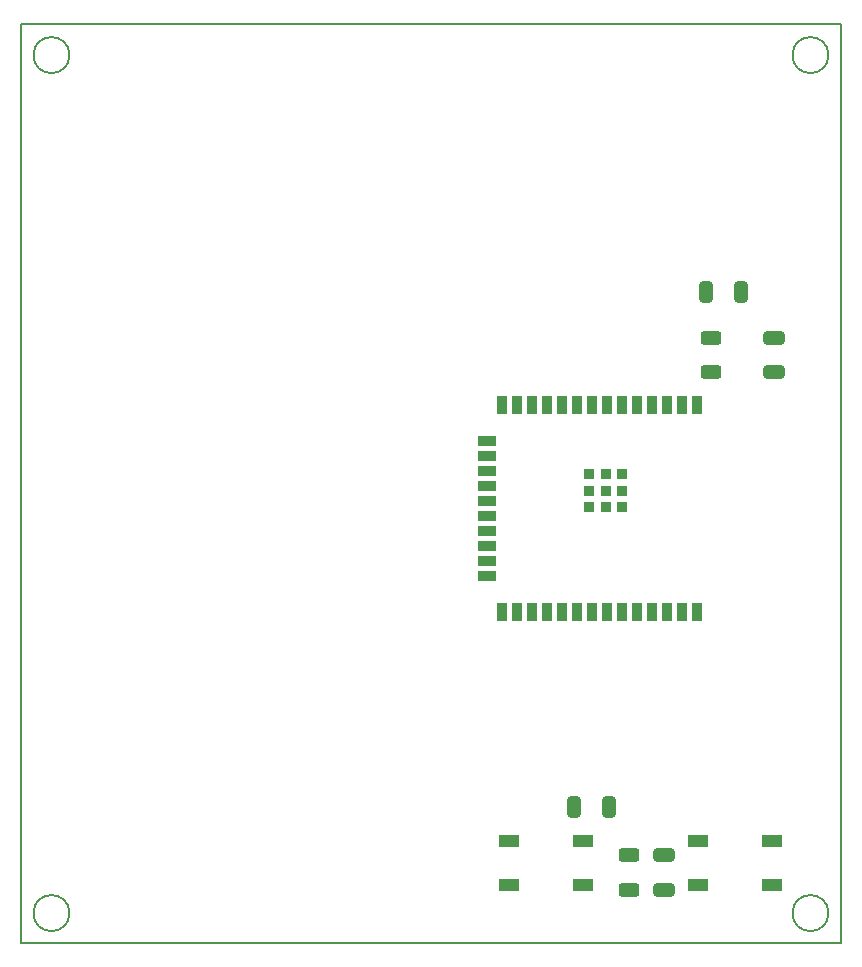
<source format=gtp>
%TF.GenerationSoftware,KiCad,Pcbnew,7.0.2-6a45011f42~172~ubuntu22.10.1*%
%TF.CreationDate,2023-08-15T16:25:11+05:00*%
%TF.ProjectId,IOTV,494f5456-2e6b-4696-9361-645f70636258,3*%
%TF.SameCoordinates,Original*%
%TF.FileFunction,Paste,Top*%
%TF.FilePolarity,Positive*%
%FSLAX46Y46*%
G04 Gerber Fmt 4.6, Leading zero omitted, Abs format (unit mm)*
G04 Created by KiCad (PCBNEW 7.0.2-6a45011f42~172~ubuntu22.10.1) date 2023-08-15 16:25:11*
%MOMM*%
%LPD*%
G01*
G04 APERTURE LIST*
G04 Aperture macros list*
%AMRoundRect*
0 Rectangle with rounded corners*
0 $1 Rounding radius*
0 $2 $3 $4 $5 $6 $7 $8 $9 X,Y pos of 4 corners*
0 Add a 4 corners polygon primitive as box body*
4,1,4,$2,$3,$4,$5,$6,$7,$8,$9,$2,$3,0*
0 Add four circle primitives for the rounded corners*
1,1,$1+$1,$2,$3*
1,1,$1+$1,$4,$5*
1,1,$1+$1,$6,$7*
1,1,$1+$1,$8,$9*
0 Add four rect primitives between the rounded corners*
20,1,$1+$1,$2,$3,$4,$5,0*
20,1,$1+$1,$4,$5,$6,$7,0*
20,1,$1+$1,$6,$7,$8,$9,0*
20,1,$1+$1,$8,$9,$2,$3,0*%
G04 Aperture macros list end*
%ADD10R,0.900000X1.500000*%
%ADD11R,1.500000X0.900000*%
%ADD12R,0.900000X0.900000*%
%ADD13R,1.700000X1.000000*%
%ADD14RoundRect,0.250000X0.650000X-0.325000X0.650000X0.325000X-0.650000X0.325000X-0.650000X-0.325000X0*%
%ADD15RoundRect,0.250000X0.325000X0.650000X-0.325000X0.650000X-0.325000X-0.650000X0.325000X-0.650000X0*%
%ADD16RoundRect,0.250000X0.625000X-0.312500X0.625000X0.312500X-0.625000X0.312500X-0.625000X-0.312500X0*%
%ADD17RoundRect,0.250000X-0.650000X0.325000X-0.650000X-0.325000X0.650000X-0.325000X0.650000X0.325000X0*%
%TA.AperFunction,Profile*%
%ADD18C,0.150000*%
%TD*%
G04 APERTURE END LIST*
D10*
%TO.C,U1*%
X158774000Y-83248000D03*
X157504000Y-83248000D03*
X156234000Y-83248000D03*
X154964000Y-83248000D03*
X153694000Y-83248000D03*
X152424000Y-83248000D03*
X151154000Y-83248000D03*
X149884000Y-83248000D03*
X148614000Y-83248000D03*
X147344000Y-83248000D03*
X146074000Y-83248000D03*
X144804000Y-83248000D03*
X143534000Y-83248000D03*
X142264000Y-83248000D03*
D11*
X141014000Y-86278000D03*
X141014000Y-87548000D03*
X141014000Y-88818000D03*
X141014000Y-90088000D03*
X141014000Y-91358000D03*
X141014000Y-92628000D03*
X141014000Y-93898000D03*
X141014000Y-95168000D03*
X141014000Y-96438000D03*
X141014000Y-97708000D03*
D10*
X142264000Y-100748000D03*
X143534000Y-100748000D03*
X144804000Y-100748000D03*
X146074000Y-100748000D03*
X147344000Y-100748000D03*
X148614000Y-100748000D03*
X149884000Y-100748000D03*
X151154000Y-100748000D03*
X152424000Y-100748000D03*
X153694000Y-100748000D03*
X154964000Y-100748000D03*
X156234000Y-100748000D03*
X157504000Y-100748000D03*
X158774000Y-100748000D03*
D12*
X152454000Y-89098000D03*
X152454000Y-89098000D03*
X151054000Y-89098000D03*
X149654000Y-89098000D03*
X149654000Y-89098000D03*
X152454000Y-90498000D03*
X151054000Y-90498000D03*
X149654000Y-90498000D03*
X149654000Y-90498000D03*
X152454000Y-91898000D03*
X151054000Y-91898000D03*
X149654000Y-91898000D03*
%TD*%
D13*
%TO.C,SW2*%
X165150000Y-123898000D03*
X158850000Y-123898000D03*
X165150000Y-120098000D03*
X158850000Y-120098000D03*
%TD*%
%TO.C,SW1*%
X149150000Y-123898000D03*
X142850000Y-123898000D03*
X149150000Y-120098000D03*
X142850000Y-120098000D03*
%TD*%
D14*
%TO.C,C1*%
X165354000Y-77519000D03*
X165354000Y-80469000D03*
%TD*%
D15*
%TO.C,C4*%
X151335000Y-117297200D03*
X148385000Y-117297200D03*
%TD*%
D16*
%TO.C,R2*%
X153000000Y-124256500D03*
X153000000Y-121331500D03*
%TD*%
%TO.C,R1*%
X160020000Y-80456500D03*
X160020000Y-77531500D03*
%TD*%
D15*
%TO.C,C2*%
X162511000Y-73660000D03*
X159561000Y-73660000D03*
%TD*%
D17*
%TO.C,C3*%
X156000000Y-124269000D03*
X156000000Y-121319000D03*
%TD*%
D18*
X105664000Y-126238000D02*
G75*
G03*
X105664000Y-126238000I-1524000J0D01*
G01*
X101600000Y-50934000D02*
X170976000Y-50934000D01*
X170976000Y-128778000D01*
X101600000Y-128778000D01*
X101600000Y-50934000D01*
X105664000Y-53594000D02*
G75*
G03*
X105664000Y-53594000I-1524000J0D01*
G01*
X169926000Y-126238000D02*
G75*
G03*
X169926000Y-126238000I-1524000J0D01*
G01*
X169926000Y-53594000D02*
G75*
G03*
X169926000Y-53594000I-1524000J0D01*
G01*
M02*

</source>
